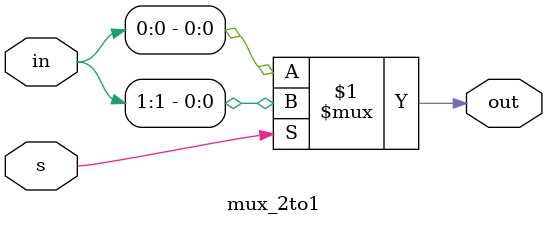
<source format=v>


module mux_2to1(

    input[1:0]in,
    input  s ,
    output out

);

assign out = s ? in[1] : in[0] ;

endmodule
</source>
